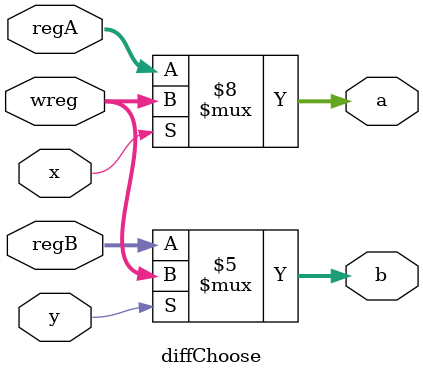
<source format=v>
module diffChoose(regA,regB,wreg,x,y,a,b);
	input [7:0] regA;
	input [7:0] regB;
	input [7:0] wreg;
	input x;
	input y;
	output [7:0] a;
	output [7:0] b;
	reg [7:0] a;
	reg [7:0] b;

	always @(x,y,wreg,regA,regB)
		begin
			if(x == 1)
				a = wreg;
			else
				a = regA;
			if(y == 1)
				b = wreg;
			else
				b = regB;
		end
endmodule 
</source>
